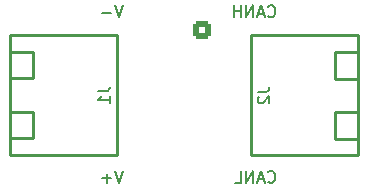
<source format=gbr>
%TF.GenerationSoftware,KiCad,Pcbnew,9.0.0*%
%TF.CreationDate,2025-03-01T23:02:35+01:00*%
%TF.ProjectId,vcore3-molex-shelf,76636f72-6533-42d6-9d6f-6c65782d7368,rev?*%
%TF.SameCoordinates,Original*%
%TF.FileFunction,Legend,Bot*%
%TF.FilePolarity,Positive*%
%FSLAX46Y46*%
G04 Gerber Fmt 4.6, Leading zero omitted, Abs format (unit mm)*
G04 Created by KiCad (PCBNEW 9.0.0) date 2025-03-01 23:02:35*
%MOMM*%
%LPD*%
G01*
G04 APERTURE LIST*
G04 Aperture macros list*
%AMRoundRect*
0 Rectangle with rounded corners*
0 $1 Rounding radius*
0 $2 $3 $4 $5 $6 $7 $8 $9 X,Y pos of 4 corners*
0 Add a 4 corners polygon primitive as box body*
4,1,4,$2,$3,$4,$5,$6,$7,$8,$9,$2,$3,0*
0 Add four circle primitives for the rounded corners*
1,1,$1+$1,$2,$3*
1,1,$1+$1,$4,$5*
1,1,$1+$1,$6,$7*
1,1,$1+$1,$8,$9*
0 Add four rect primitives between the rounded corners*
20,1,$1+$1,$2,$3,$4,$5,0*
20,1,$1+$1,$4,$5,$6,$7,0*
20,1,$1+$1,$6,$7,$8,$9,0*
20,1,$1+$1,$8,$9,$2,$3,0*%
G04 Aperture macros list end*
%ADD10C,0.150000*%
%ADD11C,0.250000*%
%ADD12C,3.200000*%
%ADD13C,1.000000*%
%ADD14RoundRect,0.250001X0.499999X0.499999X-0.499999X0.499999X-0.499999X-0.499999X0.499999X-0.499999X0*%
%ADD15C,1.500000*%
%ADD16C,4.300000*%
%ADD17R,2.200000X2.200000*%
%ADD18C,2.200000*%
G04 APERTURE END LIST*
D10*
X183091792Y-106774580D02*
X183139411Y-106822200D01*
X183139411Y-106822200D02*
X183282268Y-106869819D01*
X183282268Y-106869819D02*
X183377506Y-106869819D01*
X183377506Y-106869819D02*
X183520363Y-106822200D01*
X183520363Y-106822200D02*
X183615601Y-106726961D01*
X183615601Y-106726961D02*
X183663220Y-106631723D01*
X183663220Y-106631723D02*
X183710839Y-106441247D01*
X183710839Y-106441247D02*
X183710839Y-106298390D01*
X183710839Y-106298390D02*
X183663220Y-106107914D01*
X183663220Y-106107914D02*
X183615601Y-106012676D01*
X183615601Y-106012676D02*
X183520363Y-105917438D01*
X183520363Y-105917438D02*
X183377506Y-105869819D01*
X183377506Y-105869819D02*
X183282268Y-105869819D01*
X183282268Y-105869819D02*
X183139411Y-105917438D01*
X183139411Y-105917438D02*
X183091792Y-105965057D01*
X182710839Y-106584104D02*
X182234649Y-106584104D01*
X182806077Y-106869819D02*
X182472744Y-105869819D01*
X182472744Y-105869819D02*
X182139411Y-106869819D01*
X181806077Y-106869819D02*
X181806077Y-105869819D01*
X181806077Y-105869819D02*
X181234649Y-106869819D01*
X181234649Y-106869819D02*
X181234649Y-105869819D01*
X180758458Y-106869819D02*
X180758458Y-105869819D01*
X180758458Y-106346009D02*
X180187030Y-106346009D01*
X180187030Y-106869819D02*
X180187030Y-105869819D01*
X170806077Y-119869819D02*
X170472744Y-120869819D01*
X170472744Y-120869819D02*
X170139411Y-119869819D01*
X169806077Y-120488866D02*
X169044173Y-120488866D01*
X169425125Y-120869819D02*
X169425125Y-120107914D01*
X183091792Y-120774580D02*
X183139411Y-120822200D01*
X183139411Y-120822200D02*
X183282268Y-120869819D01*
X183282268Y-120869819D02*
X183377506Y-120869819D01*
X183377506Y-120869819D02*
X183520363Y-120822200D01*
X183520363Y-120822200D02*
X183615601Y-120726961D01*
X183615601Y-120726961D02*
X183663220Y-120631723D01*
X183663220Y-120631723D02*
X183710839Y-120441247D01*
X183710839Y-120441247D02*
X183710839Y-120298390D01*
X183710839Y-120298390D02*
X183663220Y-120107914D01*
X183663220Y-120107914D02*
X183615601Y-120012676D01*
X183615601Y-120012676D02*
X183520363Y-119917438D01*
X183520363Y-119917438D02*
X183377506Y-119869819D01*
X183377506Y-119869819D02*
X183282268Y-119869819D01*
X183282268Y-119869819D02*
X183139411Y-119917438D01*
X183139411Y-119917438D02*
X183091792Y-119965057D01*
X182710839Y-120584104D02*
X182234649Y-120584104D01*
X182806077Y-120869819D02*
X182472744Y-119869819D01*
X182472744Y-119869819D02*
X182139411Y-120869819D01*
X181806077Y-120869819D02*
X181806077Y-119869819D01*
X181806077Y-119869819D02*
X181234649Y-120869819D01*
X181234649Y-120869819D02*
X181234649Y-119869819D01*
X180282268Y-120869819D02*
X180758458Y-120869819D01*
X180758458Y-120869819D02*
X180758458Y-119869819D01*
X170806077Y-105869819D02*
X170472744Y-106869819D01*
X170472744Y-106869819D02*
X170139411Y-105869819D01*
X169806077Y-106488866D02*
X169044173Y-106488866D01*
X182204819Y-113166666D02*
X182919104Y-113166666D01*
X182919104Y-113166666D02*
X183061961Y-113119047D01*
X183061961Y-113119047D02*
X183157200Y-113023809D01*
X183157200Y-113023809D02*
X183204819Y-112880952D01*
X183204819Y-112880952D02*
X183204819Y-112785714D01*
X182300057Y-113595238D02*
X182252438Y-113642857D01*
X182252438Y-113642857D02*
X182204819Y-113738095D01*
X182204819Y-113738095D02*
X182204819Y-113976190D01*
X182204819Y-113976190D02*
X182252438Y-114071428D01*
X182252438Y-114071428D02*
X182300057Y-114119047D01*
X182300057Y-114119047D02*
X182395295Y-114166666D01*
X182395295Y-114166666D02*
X182490533Y-114166666D01*
X182490533Y-114166666D02*
X182633390Y-114119047D01*
X182633390Y-114119047D02*
X183204819Y-113547619D01*
X183204819Y-113547619D02*
X183204819Y-114166666D01*
X168704819Y-113126666D02*
X169419104Y-113126666D01*
X169419104Y-113126666D02*
X169561961Y-113079047D01*
X169561961Y-113079047D02*
X169657200Y-112983809D01*
X169657200Y-112983809D02*
X169704819Y-112840952D01*
X169704819Y-112840952D02*
X169704819Y-112745714D01*
X169704819Y-114126666D02*
X169704819Y-113555238D01*
X169704819Y-113840952D02*
X168704819Y-113840952D01*
X168704819Y-113840952D02*
X168847676Y-113745714D01*
X168847676Y-113745714D02*
X168942914Y-113650476D01*
X168942914Y-113650476D02*
X168990533Y-113555238D01*
D11*
%TO.C,J2*%
X181680000Y-108380000D02*
X181680000Y-118540000D01*
X181680000Y-118540000D02*
X190700000Y-118540000D01*
X188750000Y-109820000D02*
X188750000Y-112060000D01*
X188750000Y-112060000D02*
X190710000Y-112060000D01*
X188750000Y-114900000D02*
X188750000Y-117140000D01*
X188750000Y-117140000D02*
X190710000Y-117140000D01*
X190700000Y-108380000D02*
X181680000Y-108380000D01*
X190700000Y-118540000D02*
X190700000Y-108380000D01*
X190710000Y-109820000D02*
X188750000Y-109820000D01*
X190710000Y-114900000D02*
X188750000Y-114900000D01*
%TO.C,J1*%
X161256999Y-112020000D02*
X163216999Y-112020000D01*
X161256999Y-117100000D02*
X163216999Y-117100000D01*
X161266999Y-108380000D02*
X161266999Y-118540000D01*
X161266999Y-118540000D02*
X170286999Y-118540000D01*
X163216999Y-109780000D02*
X161256999Y-109780000D01*
X163216999Y-112020000D02*
X163216999Y-109780000D01*
X163216999Y-114860000D02*
X161256999Y-114860000D01*
X163216999Y-117100000D02*
X163216999Y-114860000D01*
X170286999Y-108380000D02*
X161266999Y-108380000D01*
X170286999Y-118540000D02*
X170286999Y-108380000D01*
%TD*%
%LPC*%
D12*
%TO.C,REF\u002A\u002A*%
X165000000Y-105000000D03*
%TD*%
D13*
%TO.C,J0*%
X180500000Y-103975000D03*
X171500000Y-103975000D03*
D14*
X177500000Y-107915000D03*
D15*
X174500000Y-107915000D03*
X177500000Y-104915000D03*
X174500000Y-104915000D03*
%TD*%
D12*
%TO.C,REF\u002A\u002A*%
X187000000Y-122000000D03*
%TD*%
%TO.C,REF\u002A\u002A*%
X187000000Y-105000000D03*
%TD*%
D16*
%TO.C,REF\u002A\u002A*%
X176000000Y-114500000D03*
%TD*%
D12*
%TO.C,REF\u002A\u002A*%
X165000000Y-122000000D03*
%TD*%
D17*
%TO.C,J2*%
X186250000Y-110920000D03*
D18*
X186250000Y-116000000D03*
%TD*%
D17*
%TO.C,J1*%
X165716999Y-116000000D03*
D18*
X165716999Y-110920000D03*
%TD*%
%LPD*%
M02*

</source>
